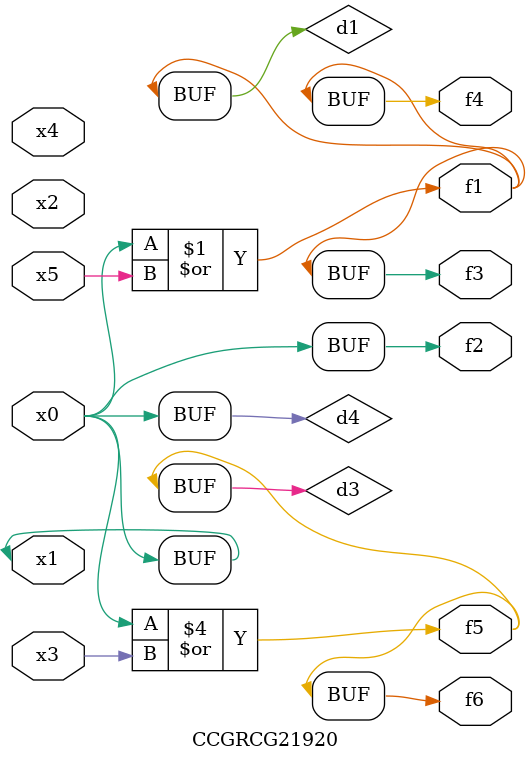
<source format=v>
module CCGRCG21920(
	input x0, x1, x2, x3, x4, x5,
	output f1, f2, f3, f4, f5, f6
);

	wire d1, d2, d3, d4;

	or (d1, x0, x5);
	xnor (d2, x1, x4);
	or (d3, x0, x3);
	buf (d4, x0, x1);
	assign f1 = d1;
	assign f2 = d4;
	assign f3 = d1;
	assign f4 = d1;
	assign f5 = d3;
	assign f6 = d3;
endmodule

</source>
